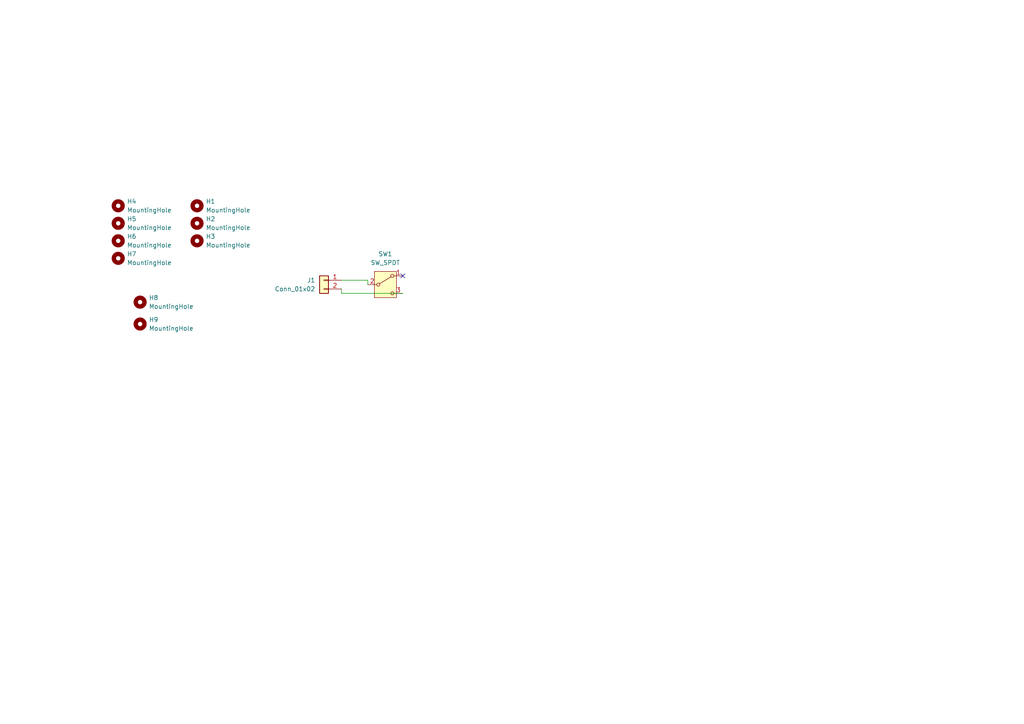
<source format=kicad_sch>
(kicad_sch (version 20231120) (generator "eeschema") (generator_version "8.0")
  (paper "A4")
  (lib_symbols
    (symbol "Connector_Generic:Conn_01x02" (pin_names (offset 1.016) hide)
      (property "Reference" "J" (at 0 2.54 0))
      (property "Value" "Conn_01x02" (at 0 -5.08 0))
      (symbol "Conn_01x02_1_1"
        (rectangle (start -1.27 -2.413) (end 0 -2.667) (stroke (width 0.1524)))
        (rectangle (start -1.27 0.127) (end 0 -0.127) (stroke (width 0.1524)))
        (rectangle (start -1.27 1.27) (end 1.27 -3.81) (stroke (width 0.254)) (fill (type background)))
        (pin passive line (at -5.08 0 0) (length 3.81) (name "Pin_1") (number "1"))
        (pin passive line (at -5.08 -2.54 0) (length 3.81) (name "Pin_2") (number "2"))
      )
    )
    (symbol "Mechanical:MountingHole" (pin_names (offset 1.016))
      (property "Reference" "H" (at 0 5.08 0))
      (property "Value" "MountingHole" (at 0 3.175 0))
      (symbol "MountingHole_0_1"
        (circle (center 0 0) (radius 1.27) (stroke (width 1.27)))
      )
    )
    (symbol "Switch:SW_SPDT" (pin_names (offset 0) hide)
      (property "Reference" "SW" (at 0 5.08 0))
      (property "Value" "SW_SPDT" (at 0 -5.08 0))
      (symbol "SW_SPDT_0_1"
        (circle (center -2.032 0) (radius 0.4572))
        (polyline (pts (xy -1.651 0.254) (xy 1.651 2.286)))
        (circle (center 2.032 -2.54) (radius 0.4572))
        (circle (center 2.032 2.54) (radius 0.4572))
      )
      (symbol "SW_SPDT_1_1"
        (rectangle (start -3.175 3.81) (end 3.175 -3.81) (fill (type background)))
        (pin passive line (at 5.08 2.54 180) (length 2.54) (name "A") (number "1"))
        (pin passive line (at -5.08 0 0) (length 2.54) (name "B") (number "2"))
        (pin passive line (at 5.08 -2.54 180) (length 2.54) (name "C") (number "3"))
      )
    )
  )
  (no_connect (at 116.84 80.01))
  (wire (pts (xy 116.84 85.09) (xy 99.06 85.09)))
  (wire (pts (xy 99.06 85.09) (xy 99.06 83.82)))
  (wire (pts (xy 99.06 81.28) (xy 106.68 81.28)))
  (wire (pts (xy 106.68 81.28) (xy 106.68 82.55)))
  (symbol (lib_id "Mechanical:MountingHole") (at 34.29 69.85 0) (unit 1)
    (property "Reference" "H6" (at 36.83 68.5799 0) (effects (justify left)))
    (property "Value" "MountingHole" (at 36.83 71.1199 0) (effects (justify left)))
    (property "Footprint" "MountingHole:MountingHole_3.2mm_M3" (effects (hide yes)))
    (property "Description" "Mounting Hole without connection" (effects (hide yes)))
  )
  (symbol (lib_id "Mechanical:MountingHole") (at 57.15 64.77 0) (unit 1)
    (property "Reference" "H2" (at 59.69 63.4999 0) (effects (justify left)))
    (property "Value" "MountingHole" (at 59.69 66.0399 0) (effects (justify left)))
    (property "Footprint" "MountingHole:MountingHole_2.2mm_M2" (effects (hide yes)))
    (property "Description" "Mounting Hole without connection" (effects (hide yes)))
  )
  (symbol (lib_id "Mechanical:MountingHole") (at 34.29 74.93 0) (unit 1)
    (property "Reference" "H7" (at 36.83 73.6599 0) (effects (justify left)))
    (property "Value" "MountingHole" (at 36.83 76.1999 0) (effects (justify left)))
    (property "Footprint" "MountingHole:MountingHole_3.2mm_M3" (effects (hide yes)))
    (property "Description" "Mounting Hole without connection" (effects (hide yes)))
  )
  (symbol (lib_id "Mechanical:MountingHole") (at 34.29 59.69 0) (unit 1)
    (property "Reference" "H4" (at 36.83 58.4199 0) (effects (justify left)))
    (property "Value" "MountingHole" (at 36.83 60.9599 0) (effects (justify left)))
    (property "Footprint" "MountingHole:MountingHole_3.2mm_M3" (effects (hide yes)))
    (property "Description" "Mounting Hole without connection" (effects (hide yes)))
  )
  (symbol (lib_id "Mechanical:MountingHole") (at 57.15 59.69 0) (unit 1)
    (property "Reference" "H1" (at 59.69 58.4199 0) (effects (justify left)))
    (property "Value" "MountingHole" (at 59.69 60.9599 0) (effects (justify left)))
    (property "Footprint" "MountingHole:MountingHole_2.2mm_M2" (effects (hide yes)))
    (property "Description" "Mounting Hole without connection" (effects (hide yes)))
  )
  (symbol (lib_id "Mechanical:MountingHole") (at 40.64 87.63 0) (unit 1)
    (property "Reference" "H8" (at 43.18 86.3599 0) (effects (justify left)))
    (property "Value" "MountingHole" (at 43.18 88.8999 0) (effects (justify left)))
    (property "Footprint" "MountingHole:MountingHole_6.4mm_M6" (effects (hide yes)))
    (property "Description" "Mounting Hole without connection" (effects (hide yes)))
  )
  (symbol (lib_id "Connector_Generic:Conn_01x02") (at 93.98 81.28 0) (mirror y) (unit 1)
    (property "Reference" "J1" (at 91.44 81.2799 0) (effects (justify left)))
    (property "Value" "Conn_01x02" (at 91.44 83.8199 0) (effects (justify left)))
    (property "Footprint" "Connector_PinHeader_2.54mm:PinHeader_1x02_P2.54mm_Vertical" (effects (hide yes)))
    (property "Description" "Generic connector, single row, 01x02, script generated (kicad-library-utils/schlib/autogen/connector/)" (effects (hide yes)))
  )
  (symbol (lib_id "Switch:SW_SPDT") (at 111.76 82.55 0) (unit 1)
    (property "Reference" "SW1" (at 111.76 73.66 0))
    (property "Value" "SW_SPDT" (at 111.76 76.2 0))
    (property "Footprint" "TerminalBlock:TerminalBlock_bornier-3_P5.08mm" (effects (hide yes)))
    (property "Description" "Switch, single pole double throw" (effects (hide yes)))
  )
  (symbol (lib_id "Mechanical:MountingHole") (at 40.64 93.98 0) (unit 1)
    (property "Reference" "H9" (at 43.18 92.7099 0) (effects (justify left)))
    (property "Value" "MountingHole" (at 43.18 95.2499 0) (effects (justify left)))
    (property "Footprint" "MountingHole:MountingHole_6.4mm_M6" (effects (hide yes)))
    (property "Description" "Mounting Hole without connection" (effects (hide yes)))
  )
  (symbol (lib_id "Mechanical:MountingHole") (at 57.15 69.85 0) (unit 1)
    (property "Reference" "H3" (at 59.69 68.5799 0) (effects (justify left)))
    (property "Value" "MountingHole" (at 59.69 71.1199 0) (effects (justify left)))
    (property "Footprint" "MountingHole:MountingHole_2.2mm_M2" (effects (hide yes)))
    (property "Description" "Mounting Hole without connection" (effects (hide yes)))
  )
  (symbol (lib_id "Mechanical:MountingHole") (at 34.29 64.77 0) (unit 1)
    (property "Reference" "H5" (at 36.83 63.4999 0) (effects (justify left)))
    (property "Value" "MountingHole" (at 36.83 66.0399 0) (effects (justify left)))
    (property "Footprint" "MountingHole:MountingHole_3.2mm_M3" (effects (hide yes)))
    (property "Description" "Mounting Hole without connection" (effects (hide yes)))
  )
)
</source>
